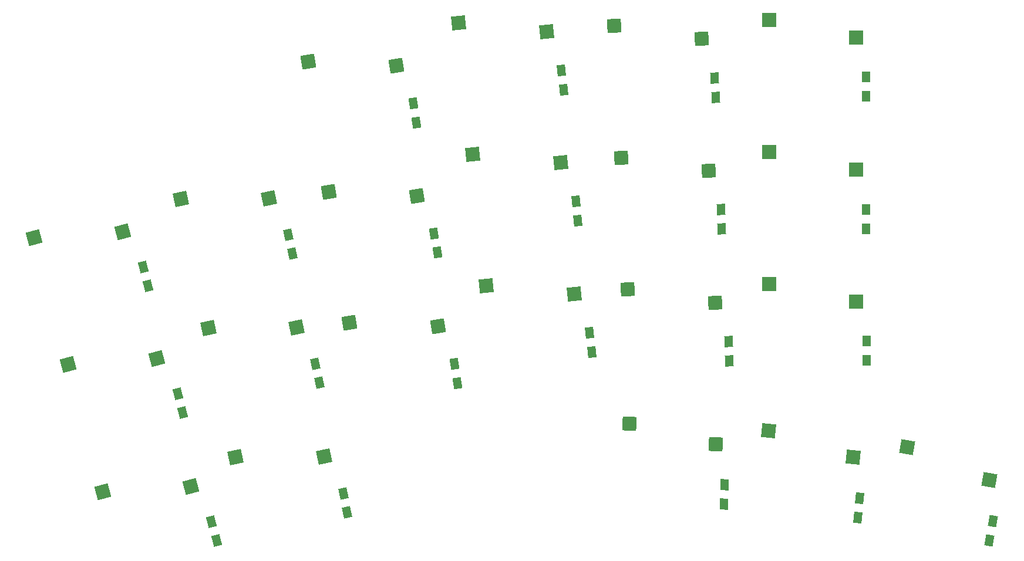
<source format=gtp>
%TF.GenerationSoftware,KiCad,Pcbnew,(6.0.0)*%
%TF.CreationDate,2022-02-06T15:22:50+07:00*%
%TF.ProjectId,kibod-01-mirrored-rev2,6b69626f-642d-4303-912d-6d6972726f72,rev?*%
%TF.SameCoordinates,Original*%
%TF.FileFunction,Paste,Top*%
%TF.FilePolarity,Positive*%
%FSLAX46Y46*%
G04 Gerber Fmt 4.6, Leading zero omitted, Abs format (unit mm)*
G04 Created by KiCad (PCBNEW (6.0.0)) date 2022-02-06 15:22:50*
%MOMM*%
%LPD*%
G01*
G04 APERTURE LIST*
G04 Aperture macros list*
%AMRotRect*
0 Rectangle, with rotation*
0 The origin of the aperture is its center*
0 $1 length*
0 $2 width*
0 $3 Rotation angle, in degrees counterclockwise*
0 Add horizontal line*
21,1,$1,$2,0,0,$3*%
G04 Aperture macros list end*
%ADD10RotRect,2.000000X2.000000X178.000000*%
%ADD11RotRect,1.600000X1.200000X260.000000*%
%ADD12RotRect,1.600000X1.200000X264.000000*%
%ADD13RotRect,1.600000X1.200000X268.000000*%
%ADD14R,1.200000X1.600000*%
%ADD15RotRect,1.600000X1.200000X273.000000*%
%ADD16RotRect,1.600000X1.200000X276.000000*%
%ADD17RotRect,1.600000X1.200000X279.000000*%
%ADD18RotRect,1.600000X1.200000X282.000000*%
%ADD19RotRect,1.600000X1.200000X285.000000*%
%ADD20RotRect,2.000000X2.000000X195.000000*%
%ADD21RotRect,2.000000X2.000000X192.000000*%
%ADD22RotRect,2.000000X2.000000X189.000000*%
%ADD23RotRect,2.000000X2.000000X186.000000*%
%ADD24RotRect,2.000000X2.000000X183.000000*%
%ADD25R,2.000000X2.000000*%
%ADD26RotRect,2.000000X2.000000X174.000000*%
%ADD27RotRect,2.000000X2.000000X170.000000*%
G04 APERTURE END LIST*
D10*
%TO.C,K-3-3*%
X103496178Y-83962538D03*
X115899918Y-86937235D03*
%TD*%
D11*
%TO.C,D-3-5*%
X155414486Y-100810755D03*
X155900700Y-98053293D03*
%TD*%
D12*
%TO.C,D-3-4*%
X136409253Y-97515273D03*
X136701933Y-94730611D03*
%TD*%
D13*
%TO.C,D-3-3*%
X117101134Y-95591689D03*
X117198852Y-92793395D03*
%TD*%
D14*
%TO.C,D-2-5*%
X137723993Y-74866142D03*
X137723993Y-72066142D03*
%TD*%
D15*
%TO.C,D-2-4*%
X117908117Y-74921960D03*
X117761577Y-72125798D03*
%TD*%
D16*
%TO.C,D-2-3*%
X98052247Y-73644732D03*
X97759567Y-70860070D03*
%TD*%
D17*
%TO.C,D-2-2*%
X78697675Y-78157689D03*
X78259659Y-75392161D03*
%TD*%
D18*
%TO.C,D-2-1*%
X62802718Y-96785371D03*
X62220566Y-94046557D03*
%TD*%
D19*
%TO.C,D-2-0*%
X43955209Y-100870267D03*
X43230515Y-98165675D03*
%TD*%
D14*
%TO.C,D-1-5*%
X137622393Y-55866942D03*
X137622393Y-53066942D03*
%TD*%
D15*
%TO.C,D-1-4*%
X116806997Y-55852655D03*
X116660457Y-53056493D03*
%TD*%
D16*
%TO.C,D-1-3*%
X96064593Y-54687204D03*
X95771913Y-51902542D03*
%TD*%
D17*
%TO.C,D-1-2*%
X75772193Y-59290871D03*
X75334177Y-56525343D03*
%TD*%
D18*
%TO.C,D-1-1*%
X58795893Y-78102653D03*
X58213741Y-75363839D03*
%TD*%
D19*
%TO.C,D-1-0*%
X39076445Y-82406959D03*
X38351751Y-79702367D03*
%TD*%
D14*
%TO.C,D-0-5*%
X137571593Y-36715342D03*
X137571593Y-33915342D03*
%TD*%
D15*
%TO.C,D-0-4*%
X115916776Y-36924906D03*
X115770236Y-34128744D03*
%TD*%
D16*
%TO.C,D-0-3*%
X93979133Y-35787441D03*
X93686453Y-33002779D03*
%TD*%
D17*
%TO.C,D-0-2*%
X72754348Y-40534116D03*
X72316332Y-37768588D03*
%TD*%
D18*
%TO.C,D-0-1*%
X54895421Y-59459837D03*
X54313269Y-56721023D03*
%TD*%
D19*
%TO.C,D-0-0*%
X34070998Y-64118016D03*
X33346304Y-61413424D03*
%TD*%
D20*
%TO.C,K-0-0*%
X17655235Y-57117812D03*
X30386708Y-56336026D03*
%TD*%
D21*
%TO.C,K-0-1*%
X38786661Y-51586546D03*
X51541602Y-51472144D03*
%TD*%
D22*
%TO.C,K-0-2*%
X57147064Y-31769856D03*
X69890512Y-32323154D03*
%TD*%
D23*
%TO.C,K-0-3*%
X78881449Y-26174930D03*
X91578475Y-27394410D03*
%TD*%
D24*
%TO.C,K-0-4*%
X101271401Y-26574400D03*
X113887203Y-28456720D03*
%TD*%
D25*
%TO.C,K-0-5*%
X123634704Y-25734881D03*
X136134704Y-28274881D03*
%TD*%
D20*
%TO.C,K-1-0*%
X22576031Y-75407766D03*
X35307504Y-74625980D03*
%TD*%
D21*
%TO.C,K-1-1*%
X42747375Y-70220258D03*
X55502316Y-70105856D03*
%TD*%
D22*
%TO.C,K-1-2*%
X60127138Y-50585318D03*
X72870586Y-51138616D03*
%TD*%
D23*
%TO.C,K-1-3*%
X80872717Y-45120570D03*
X93569743Y-46340050D03*
%TD*%
D24*
%TO.C,K-1-4*%
X102268400Y-45598292D03*
X114884202Y-47480612D03*
%TD*%
D25*
%TO.C,K-1-5*%
X123634704Y-44784881D03*
X136134704Y-47324881D03*
%TD*%
D20*
%TO.C,K-2-0*%
X27506535Y-93808652D03*
X40238008Y-93026866D03*
%TD*%
D21*
%TO.C,K-2-1*%
X46708096Y-88853969D03*
X59463037Y-88739567D03*
%TD*%
D22*
%TO.C,K-2-2*%
X63107215Y-69400780D03*
X75850663Y-69954078D03*
%TD*%
D23*
%TO.C,K-2-3*%
X82863983Y-64066213D03*
X95561009Y-65285693D03*
%TD*%
D24*
%TO.C,K-2-4*%
X103265401Y-64622185D03*
X115881203Y-66504505D03*
%TD*%
D25*
%TO.C,K-2-5*%
X123634704Y-63834881D03*
X136134704Y-66374881D03*
%TD*%
D26*
%TO.C,K-3-4*%
X123556069Y-84968950D03*
X135722090Y-88801642D03*
%TD*%
D27*
%TO.C,K-3-5*%
X143505202Y-87404489D03*
X155374233Y-92076503D03*
%TD*%
M02*

</source>
